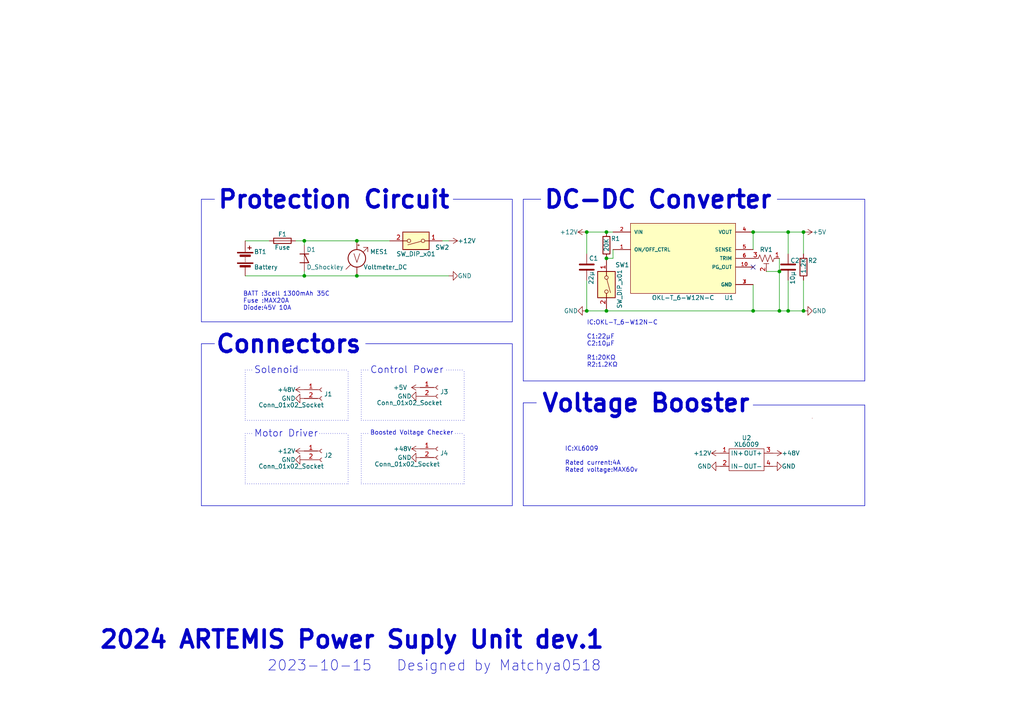
<source format=kicad_sch>
(kicad_sch (version 20230121) (generator eeschema)
  (paper "A4")
  (lib_symbols
    (symbol "Connector:Conn_01x02_Socket" (pin_names (offset 1.016) hide)
      (property "Reference" "J" (at 0 2.54 0))
      (property "Value" "Conn_01x02_Socket" (at 0 -5.08 0))
      (symbol "Conn_01x02_Socket_1_1"
        (arc (start 0 -2.032) (mid -0.5058 -2.54) (end 0 -3.048) (stroke (width 0.1524)))
        (polyline (pts (xy -1.27 -2.54) (xy -0.508 -2.54)) (stroke (width 0.1524)))
        (polyline (pts (xy -1.27 0) (xy -0.508 0)) (stroke (width 0.1524)))
        (arc (start 0 0.508) (mid -0.5058 0) (end 0 -0.508) (stroke (width 0.1524)))
        (pin passive line (at -5.08 0 0) (length 3.81) (name "Pin_1") (number "1"))
        (pin passive line (at -5.08 -2.54 0) (length 3.81) (name "Pin_2") (number "2"))
      )
    )
    (symbol "Device:Battery" (pin_numbers hide) (pin_names (offset 0) hide)
      (property "Reference" "BT" (at 2.54 2.54 0))
      (property "Value" "Battery" (at 2.54 0 0))
      (symbol "Battery_0_1"
        (rectangle (start -2.286 -1.27) (end 2.286 -1.524) (fill (type outline)))
        (rectangle (start -2.286 1.778) (end 2.286 1.524) (fill (type outline)))
        (rectangle (start -1.524 -2.032) (end 1.524 -2.54) (fill (type outline)))
        (rectangle (start -1.524 1.016) (end 1.524 0.508) (fill (type outline)))
        (polyline (pts (xy 0 -1.016) (xy 0 -0.762)))
        (polyline (pts (xy 0 -0.508) (xy 0 -0.254)))
        (polyline (pts (xy 0 0) (xy 0 0.254)))
        (polyline (pts (xy 0 1.778) (xy 0 2.54)))
        (polyline (pts (xy 0.762 3.048) (xy 1.778 3.048)) (stroke (width 0.254)))
        (polyline (pts (xy 1.27 3.556) (xy 1.27 2.54)) (stroke (width 0.254)))
      )
      (symbol "Battery_1_1"
        (pin passive line (at 0 5.08 270) (length 2.54) (name "+") (number "1"))
        (pin passive line (at 0 -5.08 90) (length 2.54) (name "-") (number "2"))
      )
    )
    (symbol "Device:C" (pin_numbers hide) (pin_names (offset 0.254))
      (property "Reference" "C" (at 0.635 2.54 0))
      (property "Value" "C" (at 0.635 -2.54 0))
      (symbol "C_0_1"
        (polyline (pts (xy -2.032 -0.762) (xy 2.032 -0.762)) (stroke (width 0.508)))
        (polyline (pts (xy -2.032 0.762) (xy 2.032 0.762)) (stroke (width 0.508)))
      )
      (symbol "C_1_1"
        (pin passive line (at 0 3.81 270) (length 2.794) (name "~") (number "1"))
        (pin passive line (at 0 -3.81 90) (length 2.794) (name "~") (number "2"))
      )
    )
    (symbol "Device:D_Shockley" (pin_numbers hide) (pin_names (offset 1.016) hide)
      (property "Reference" "D" (at 0 2.54 0))
      (property "Value" "D_Shockley" (at 0 -2.54 0))
      (symbol "D_Shockley_0_1"
        (polyline (pts (xy -1.27 0) (xy 1.27 0)))
        (polyline (pts (xy -1.27 1.27) (xy -1.27 -1.27)) (stroke (width 0.254)))
        (polyline (pts (xy -1.27 0) (xy 1.27 1.27) (xy 1.27 -1.27)) (stroke (width 0.254)))
      )
      (symbol "D_Shockley_1_1"
        (pin passive line (at -3.81 0 0) (length 2.54) (name "K") (number "1"))
        (pin passive line (at 3.81 0 180) (length 2.54) (name "A") (number "2"))
      )
    )
    (symbol "Device:Fuse" (pin_numbers hide) (pin_names (offset 0))
      (property "Reference" "F" (at 2.032 0 90))
      (property "Value" "Fuse" (at -1.905 0 90))
      (symbol "Fuse_0_1"
        (rectangle (start -0.762 -2.54) (end 0.762 2.54) (stroke (width 0.254)))
        (polyline (pts (xy 0 2.54) (xy 0 -2.54)))
      )
      (symbol "Fuse_1_1"
        (pin passive line (at 0 3.81 270) (length 1.27) (name "~") (number "1"))
        (pin passive line (at 0 -3.81 90) (length 1.27) (name "~") (number "2"))
      )
    )
    (symbol "Device:R" (pin_numbers hide) (pin_names (offset 0))
      (property "Reference" "R" (at 2.032 0 90))
      (property "Value" "R" (at 0 0 90))
      (symbol "R_0_1"
        (rectangle (start -1.016 -2.54) (end 1.016 2.54) (stroke (width 0.254)))
      )
      (symbol "R_1_1"
        (pin passive line (at 0 3.81 270) (length 1.27) (name "~") (number "1"))
        (pin passive line (at 0 -3.81 90) (length 1.27) (name "~") (number "2"))
      )
    )
    (symbol "Device:R_Potentiometer_Trim_US" (pin_names (offset 1.016) hide)
      (property "Reference" "RV" (at -4.445 0 90))
      (property "Value" "R_Potentiometer_Trim_US" (at -2.54 0 90))
      (symbol "R_Potentiometer_Trim_US_0_1"
        (polyline (pts (xy 0 -2.286) (xy 0 -2.54)))
        (polyline (pts (xy 0 2.286) (xy 0 2.54)))
        (polyline (pts (xy 1.524 0.762) (xy 1.524 -0.762)))
        (polyline (pts (xy 2.54 0) (xy 1.524 0)))
        (polyline (pts (xy 0 -0.762) (xy 1.016 -1.143) (xy 0 -1.524) (xy -1.016 -1.905) (xy 0 -2.286)))
        (polyline (pts (xy 0 0.762) (xy 1.016 0.381) (xy 0 0) (xy -1.016 -0.381) (xy 0 -0.762)))
        (polyline (pts (xy 0 2.286) (xy 1.016 1.905) (xy 0 1.524) (xy -1.016 1.143) (xy 0 0.762)))
      )
      (symbol "R_Potentiometer_Trim_US_1_1"
        (pin passive line (at 0 3.81 270) (length 1.27) (name "1") (number "1"))
        (pin passive line (at 3.81 0 180) (length 1.27) (name "2") (number "2"))
        (pin passive line (at 0 -3.81 90) (length 1.27) (name "3") (number "3"))
      )
    )
    (symbol "Device:Voltmeter_DC" (pin_numbers hide) (pin_names (offset 0.0254) hide)
      (property "Reference" "MES" (at -3.302 1.016 0))
      (property "Value" "Voltmeter_DC" (at -3.302 -0.762 0))
      (symbol "Voltmeter_DC_0_0"
        (polyline (pts (xy -3.175 -3.175) (xy -1.905 -1.905)))
        (polyline (pts (xy 1.905 1.905) (xy 3.175 3.175)))
        (polyline (pts (xy 1.905 3.175) (xy 3.175 3.175) (xy 3.175 1.905)))
        (text "V" (at 0 0 0) (effects (font (size 2.54 2.54))))
      )
      (symbol "Voltmeter_DC_0_1"
        (polyline (pts (xy 0.254 3.81) (xy 0.762 3.81)))
        (polyline (pts (xy 0.508 4.064) (xy 0.508 3.556)))
        (circle (center 0 0) (radius 2.54) (stroke (width 0.254)))
      )
      (symbol "Voltmeter_DC_1_1"
        (pin passive line (at 0 -5.08 90) (length 2.54) (name "-") (number "1"))
        (pin passive line (at 0 5.08 270) (length 2.54) (name "+") (number "2"))
      )
    )
    (symbol "OKL-T_6-W12N-C:OKL-T_6-W12N-C" (pin_names (offset 1.016))
      (property "Reference" "U" (at -15.24 10.922 0))
      (property "Value" "OKL-T_6-W12N-C" (at -15.24 -12.7 0))
      (symbol "OKL-T_6-W12N-C_0_0"
        (rectangle (start -15.24 -10.16) (end 15.24 10.16) (stroke (width 0.1524)) (fill (type background)))
        (pin input line (at -20.32 2.54 0) (length 5.08) (name "ON/OFF_CTRL") (number "1"))
        (pin output line (at 20.32 -2.54 180) (length 5.08) (name "PG_OUT") (number "10"))
        (pin input line (at -20.32 7.62 0) (length 5.08) (name "VIN") (number "2"))
        (pin power_in line (at 20.32 -7.62 180) (length 5.08) (name "GND") (number "3"))
        (pin output line (at 20.32 7.62 180) (length 5.08) (name "VOUT") (number "4"))
        (pin input line (at 20.32 2.54 180) (length 5.08) (name "SENSE") (number "5"))
        (pin input line (at 20.32 0 180) (length 5.08) (name "TRIM") (number "6"))
        (pin power_in line (at 20.32 -7.62 180) (length 5.08) (name "GND") (number "7"))
      )
    )
    (symbol "Switch:SW_DIP_x01" (pin_names (offset 0) hide)
      (property "Reference" "SW" (at 0 3.81 0))
      (property "Value" "SW_DIP_x01" (at 0 -3.81 0))
      (symbol "SW_DIP_x01_0_0"
        (circle (center -2.032 0) (radius 0.508))
        (polyline (pts (xy -1.524 0.127) (xy 2.3622 1.1684)))
        (circle (center 2.032 0) (radius 0.508))
      )
      (symbol "SW_DIP_x01_0_1"
        (rectangle (start -3.81 2.54) (end 3.81 -2.54) (stroke (width 0.254)) (fill (type background)))
      )
      (symbol "SW_DIP_x01_1_1"
        (pin passive line (at -7.62 0 0) (length 5.08) (name "~") (number "1"))
        (pin passive line (at 7.62 0 180) (length 5.08) (name "~") (number "2"))
      )
    )
    (symbol "XL6009:XL6009"
      (property "Reference" "U" (at 0 1.27 0))
      (property "Value" "XL6009" (at 0 -1.27 0))
      (symbol "XL6009_0_1"
        (rectangle (start -5.08 -2.54) (end 5.08 -8.89))
        (rectangle (start 19.05 6.35) (end 19.05 6.35))
      )
      (symbol "XL6009_1_1"
        (pin input line (at -7.62 -3.81 0) (length 2.54) (name "IN+") (number "1"))
        (pin input line (at -7.62 -7.62 0) (length 2.54) (name "IN-") (number "2"))
        (pin input line (at 7.62 -3.81 180) (length 2.54) (name "OUT+") (number "3"))
        (pin input line (at 7.62 -7.62 180) (length 2.54) (name "OUT-") (number "4"))
      )
    )
    (symbol "power:+12V" (power) (pin_names (offset 0))
      (property "Value" "+12V" (at 0 3.556 0))
      (symbol "+12V_0_1"
        (polyline (pts (xy -0.762 1.27) (xy 0 2.54)))
        (polyline (pts (xy 0 0) (xy 0 2.54)))
        (polyline (pts (xy 0 2.54) (xy 0.762 1.27)))
      )
      (symbol "+12V_1_1"
        (pin power_in line (at 0 0 90) (length 0) hide (name "+12V") (number "1"))
      )
    )
    (symbol "power:+48V" (power) (pin_names (offset 0))
      (property "Value" "+48V" (at 0 3.556 0))
      (symbol "+48V_0_1"
        (polyline (pts (xy -0.762 1.27) (xy 0 2.54)))
        (polyline (pts (xy 0 0) (xy 0 2.54)))
        (polyline (pts (xy 0 2.54) (xy 0.762 1.27)))
      )
      (symbol "+48V_1_1"
        (pin power_in line (at 0 0 90) (length 0) hide (name "+48V") (number "1"))
      )
    )
    (symbol "power:+5V" (power) (pin_names (offset 0))
      (property "Value" "+5V" (at 0 3.556 0))
      (symbol "+5V_0_1"
        (polyline (pts (xy -0.762 1.27) (xy 0 2.54)))
        (polyline (pts (xy 0 0) (xy 0 2.54)))
        (polyline (pts (xy 0 2.54) (xy 0.762 1.27)))
      )
      (symbol "+5V_1_1"
        (pin power_in line (at 0 0 90) (length 0) hide (name "+5V") (number "1"))
      )
    )
    (symbol "power:GND" (power) (pin_names (offset 0))
      (property "Value" "GND" (at 0 -3.81 0))
      (symbol "GND_0_1"
        (polyline (pts (xy 0 0) (xy 0 -1.27) (xy 1.27 -1.27) (xy 0 -2.54) (xy -1.27 -1.27) (xy 0 -1.27)))
      )
      (symbol "GND_1_1"
        (pin power_in line (at 0 0 270) (length 0) hide (name "GND") (number "1"))
      )
    )
  )
  (junction (at 175.895 74.93))
  (junction (at 233.045 67.31))
  (junction (at 228.6 90.17))
  (junction (at 88.265 80.01))
  (junction (at 88.265 69.85))
  (junction (at 175.895 90.17))
  (junction (at 226.06 90.17))
  (junction (at 103.505 80.01))
  (junction (at 228.6 67.31))
  (junction (at 170.18 67.31))
  (junction (at 170.18 90.17))
  (junction (at 233.045 90.17))
  (junction (at 218.44 67.31))
  (junction (at 175.895 67.31))
  (junction (at 218.44 90.17))
  (junction (at 103.505 69.85))
  (junction (at 226.06 78.74))
  (no_connect (at 218.44 77.47))
  (wire (pts (xy 103.505 80.01) (xy 130.175 80.01)))
  (wire (pts (xy 175.895 67.31) (xy 177.8 67.31)))
  (polyline (pts (xy 134.62 140.335) (xy 134.62 125.73)) (stroke (width 0) (type dot)))
  (polyline (pts (xy 58.42 99.695) (xy 58.42 146.685)))
  (polyline (pts (xy 225.425 57.785) (xy 250.825 57.785)))
  (wire (pts (xy 218.44 82.55) (xy 218.44 90.17)))
  (polyline (pts (xy 129.54 107.315) (xy 134.62 107.315)) (stroke (width 0) (type dot)))
  (polyline (pts (xy 250.825 110.49) (xy 250.825 57.785)))
  (polyline (pts (xy 156.845 57.785) (xy 151.765 57.785)))
  (wire (pts (xy 175.895 74.93) (xy 177.8 74.93)))
  (polyline (pts (xy 131.445 57.785) (xy 148.59 57.785)))
  (polyline (pts (xy 71.12 140.335) (xy 100.965 140.335)) (stroke (width 0) (type dot)))
  (wire (pts (xy 218.44 67.31) (xy 228.6 67.31)))
  (polyline (pts (xy 155.575 116.84) (xy 151.765 116.84)))
  (polyline (pts (xy 132.08 125.73) (xy 134.62 125.73)) (stroke (width 0) (type dot)))
  (polyline (pts (xy 62.23 99.695) (xy 58.42 99.695)))
  (polyline (pts (xy 104.775 107.315) (xy 104.775 121.92)) (stroke (width 0) (type dot)))
  (wire (pts (xy 233.045 73.66) (xy 233.045 67.31)))
  (wire (pts (xy 170.18 81.28) (xy 170.18 90.17)))
  (polyline (pts (xy 104.775 125.73) (xy 104.775 140.335)) (stroke (width 0) (type dot)))
  (wire (pts (xy 233.045 81.28) (xy 233.045 90.17)))
  (wire (pts (xy 88.265 69.85) (xy 103.505 69.85)))
  (polyline (pts (xy 106.68 125.73) (xy 104.775 125.73)) (stroke (width 0) (type dot)))
  (polyline (pts (xy 58.42 57.785) (xy 58.42 93.345)))
  (wire (pts (xy 88.265 80.01) (xy 103.505 80.01)))
  (polyline (pts (xy 250.825 146.685) (xy 250.825 117.475)))
  (wire (pts (xy 228.6 90.17) (xy 233.045 90.17)))
  (wire (pts (xy 226.06 90.17) (xy 228.6 90.17)))
  (wire (pts (xy 85.725 69.85) (xy 88.265 69.85)))
  (polyline (pts (xy 71.12 107.315) (xy 71.12 121.92)) (stroke (width 0) (type dot)))
  (wire (pts (xy 103.505 69.85) (xy 113.03 69.85)))
  (polyline (pts (xy 148.59 146.685) (xy 148.59 99.695)))
  (wire (pts (xy 71.12 80.01) (xy 88.265 80.01)))
  (wire (pts (xy 228.6 81.28) (xy 228.6 90.17)))
  (wire (pts (xy 218.44 90.17) (xy 226.06 90.17)))
  (polyline (pts (xy 106.68 107.315) (xy 104.775 107.315)) (stroke (width 0) (type dot)))
  (polyline (pts (xy 104.775 140.335) (xy 134.62 140.335)) (stroke (width 0) (type dot)))
  (polyline (pts (xy 100.965 140.335) (xy 100.965 125.73)) (stroke (width 0) (type dot)))
  (wire (pts (xy 177.8 74.93) (xy 177.8 72.39)))
  (polyline (pts (xy 104.775 121.92) (xy 134.62 121.92)) (stroke (width 0) (type dot)))
  (polyline (pts (xy 151.765 110.49) (xy 250.825 110.49)))
  (polyline (pts (xy 62.23 57.785) (xy 58.42 57.785)))
  (polyline (pts (xy 71.12 125.73) (xy 71.12 140.335)) (stroke (width 0) (type dot)))
  (wire (pts (xy 170.18 90.17) (xy 175.895 90.17)))
  (polyline (pts (xy 92.71 125.73) (xy 100.965 125.73)) (stroke (width 0) (type dot)))
  (wire (pts (xy 175.895 90.17) (xy 218.44 90.17)))
  (wire (pts (xy 226.06 90.17) (xy 226.06 78.74)))
  (polyline (pts (xy 151.765 57.785) (xy 151.765 110.49)))
  (polyline (pts (xy 134.62 121.92) (xy 134.62 107.315)) (stroke (width 0) (type dot)))
  (polyline (pts (xy 71.12 121.92) (xy 100.965 121.92)) (stroke (width 0) (type dot)))
  (polyline (pts (xy 100.965 121.92) (xy 100.965 107.315)) (stroke (width 0) (type dot)))
  (wire (pts (xy 228.6 67.31) (xy 233.045 67.31)))
  (wire (pts (xy 170.18 67.31) (xy 175.895 67.31)))
  (polyline (pts (xy 106.045 99.695) (xy 148.59 99.695)))
  (wire (pts (xy 128.27 69.85) (xy 130.175 69.85)))
  (wire (pts (xy 228.6 73.66) (xy 228.6 67.31)))
  (polyline (pts (xy 218.44 117.475) (xy 250.825 117.475)))
  (polyline (pts (xy 151.765 146.685) (xy 250.825 146.685)))
  (wire (pts (xy 218.44 72.39) (xy 218.44 67.31)))
  (polyline (pts (xy 86.995 107.315) (xy 100.965 107.315)) (stroke (width 0) (type dot)))
  (polyline (pts (xy 58.42 146.685) (xy 148.59 146.685)))
  (wire (pts (xy 88.265 69.85) (xy 88.265 71.12)))
  (polyline (pts (xy 73.025 107.315) (xy 71.12 107.315)) (stroke (width 0) (type dot)))
  (wire (pts (xy 71.12 69.85) (xy 78.105 69.85)))
  (polyline (pts (xy 151.765 116.84) (xy 151.765 146.685)))
  (wire (pts (xy 170.18 73.66) (xy 170.18 67.31)))
  (wire (pts (xy 88.265 78.74) (xy 88.265 80.01)))
  (polyline (pts (xy 148.59 93.345) (xy 148.59 57.785)))
  (wire (pts (xy 226.06 78.74) (xy 226.06 74.93)))
  (polyline (pts (xy 58.42 93.345) (xy 148.59 93.345)))
  (wire (pts (xy 222.25 78.74) (xy 226.06 78.74)))
  (polyline (pts (xy 73.025 125.73) (xy 71.12 125.73)) (stroke (width 0) (type dot)))
  (text "Control Power" (at 107.315 108.585 0) (effects (font (size 2 2)) (justify left bottom)))
  (text "BATT :3cell 1300mAh 35C\nFuse :MAX20A\nDiode:45V 10A" (at 70.485 90.17 0) (effects (font (size 1.27 1.27)) (justify left bottom)))
  (text "Protection Circuit" (at 62.865 60.96 0) (effects (font (size 5 5) (thickness 1) bold) (justify left bottom)))
  (text "Voltage Booster" (at 156.845 120.015 0) (effects (font (size 5 5) bold) (justify left bottom)))
  (text "IC:OKL-T_6-W12N-C\n\nC1:22μF\nC2:10μF\n\nR1:20KΩ\nR2:1.2KΩ" (at 170.18 106.68 0) (effects (font (size 1.27 1.27)) (justify left bottom)))
  (text "DC-DC Converter" (at 157.48 60.96 0) (effects (font (size 5 5) bold) (justify left bottom)))
  (text "IC:XL6009\n\nRated current:4A\nRated voltage:MAX60v" (at 163.83 137.16 0) (effects (font (size 1.27 1.27)) (justify left bottom)))
  (text "Boosted Voltage Checker" (at 107.315 126.365 0) (effects (font (size 1.27 1.27)) (justify left bottom)))
  (text "Designed by Matchya0518" (at 114.935 194.945 0) (effects (font (size 3 3)) (justify left bottom)))
  (text "2024 ARTEMIS Power Suply Unit dev.1" (at 28.575 188.595 0) (effects (font (size 5 5) (thickness 1) bold) (justify left bottom)))
  (text "Connectors" (at 62.23 102.87 0) (effects (font (size 5 5) bold) (justify left bottom)))
  (text "Solenoid" (at 73.66 108.585 0) (effects (font (size 2 2)) (justify left bottom)))
  (text "Motor Driver" (at 73.66 127 0) (effects (font (size 2 2)) (justify left bottom)))
  (text "2023-10-15" (at 77.47 194.945 0) (effects (font (size 3 3)) (justify left bottom)))
  (symbol (lib_id "OKL-T_6-W12N-C:OKL-T_6-W12N-C") (at 198.12 74.93 0) (unit 1)
    (property "Reference" "U1" (at 211.455 86.36 0))
    (property "Value" "OKL-T_6-W12N-C" (at 198.12 86.36 0))
    (property "Footprint" "_Others:DCDC-murata-6A" (effects hide))
  )
  (symbol (lib_id "Switch:SW_DIP_x01") (at 120.65 69.85 180) (unit 1)
    (property "Reference" "SW2" (at 128.27 71.755 0))
    (property "Value" "SW_DIP_x01" (at 120.65 73.66 0))
    (property "Footprint" "_Others:DS-850k" (effects hide))
  )
  (symbol (lib_id "Connector:Conn_01x02_Socket") (at 127 130.175 0) (unit 1)
    (property "Reference" "J4" (at 127.635 131.445 0) (effects (justify left)))
    (property "Value" "Conn_01x02_Socket" (at 108.585 134.62 0) (effects (justify left)))
    (property "Footprint" "Connector_JST:JST_XH_B2B-XH-A_1x02_P2.50mm_Vertical" (effects hide))
  )
  (symbol (lib_id "Device:Fuse") (at 81.915 69.85 90) (unit 1)
    (property "Reference" "F1" (at 81.915 67.945 90))
    (property "Value" "Fuse" (at 81.915 71.755 90))
    (property "Footprint" "Fuse_Socket:fuse_socket" (effects hide))
  )
  (symbol (lib_id "Switch:SW_DIP_x01") (at 175.895 82.55 270) (unit 1)
    (property "Reference" "SW1" (at 178.435 76.835 90) (effects (justify left)))
    (property "Value" "SW_DIP_x01" (at 179.705 78.105 0) (effects (justify left)))
    (property "Footprint" "_Others:SW_S" (effects hide))
  )
  (symbol (lib_id "Connector:Conn_01x02_Socket") (at 93.345 130.81 0) (unit 1)
    (property "Reference" "J2" (at 93.98 132.08 0) (effects (justify left)))
    (property "Value" "Conn_01x02_Socket" (at 74.93 135.255 0) (effects (justify left)))
    (property "Footprint" "Connector_JST:JST_VH_B2P-VH-B_1x02_P3.96mm_Vertical" (effects hide))
  )
  (symbol (lib_id "power:+12V") (at 130.175 69.85 270) (unit 1)
    (property "Reference" "#PWR01" (effects hide))
    (property "Value" "+12V" (at 132.715 69.85 90) (effects (justify left)))
  )
  (symbol (lib_id "Device:C") (at 228.6 77.47 0) (unit 1)
    (property "Reference" "C2" (at 229.235 75.565 0) (effects (justify left)))
    (property "Value" "10μ" (at 229.87 82.55 90) (effects (justify left)))
    (property "Footprint" "Capacitor_THT:C_Disc_D4.7mm_W2.5mm_P5.00mm" (effects hide))
  )
  (symbol (lib_id "Device:D_Shockley") (at 88.265 74.93 270) (unit 1)
    (property "Reference" "D1" (at 88.9 72.39 90) (effects (justify left)))
    (property "Value" "D_Shockley" (at 88.9 77.47 90) (effects (justify left)))
    (property "Footprint" "Diode_THT:D_DO-27_P12.70mm_Horizontal" (effects hide))
  )
  (symbol (lib_id "power:+12V") (at 208.915 131.445 90) (unit 1)
    (property "Reference" "#PWR04" (effects hide))
    (property "Value" "+12V" (at 206.375 131.445 90) (effects (justify left)))
  )
  (symbol (lib_id "power:+12V") (at 88.265 130.81 90) (unit 1)
    (property "Reference" "#PWR013" (effects hide))
    (property "Value" "+12V" (at 85.725 130.81 90) (effects (justify left)))
  )
  (symbol (lib_id "power:GND") (at 121.92 114.935 270) (unit 1)
    (property "Reference" "#PWR016" (effects hide))
    (property "Value" "GND" (at 119.38 114.935 90) (effects (justify right)))
  )
  (symbol (lib_id "power:+5V") (at 121.92 112.395 90) (unit 1)
    (property "Reference" "#PWR015" (effects hide))
    (property "Value" "+5V" (at 118.11 112.395 90) (effects (justify left)))
  )
  (symbol (lib_id "Connector:Conn_01x02_Socket") (at 93.345 113.03 0) (unit 1)
    (property "Reference" "J1" (at 93.98 114.3 0) (effects (justify left)))
    (property "Value" "Conn_01x02_Socket" (at 74.93 117.475 0) (effects (justify left)))
    (property "Footprint" "Connector_JST:JST_XH_B2B-XH-A_1x02_P2.50mm_Vertical" (effects hide))
  )
  (symbol (lib_id "power:+48V") (at 121.92 130.175 90) (unit 1)
    (property "Reference" "#PWR017" (effects hide))
    (property "Value" "+48V" (at 119.38 130.175 90) (effects (justify left)))
  )
  (symbol (lib_id "power:GND") (at 121.92 132.715 270) (unit 1)
    (property "Reference" "#PWR018" (effects hide))
    (property "Value" "GND" (at 119.38 132.715 90) (effects (justify right)))
  )
  (symbol (lib_id "Device:R") (at 233.045 77.47 0) (unit 1)
    (property "Reference" "R2" (at 234.315 75.565 0) (effects (justify left)))
    (property "Value" "1.2K" (at 233.045 79.375 90) (effects (justify left)))
    (property "Footprint" "Resistor_THT:R_Axial_DIN0204_L3.6mm_D1.6mm_P5.08mm_Horizontal" (effects hide))
  )
  (symbol (lib_id "Device:Battery") (at 71.12 74.93 0) (unit 1)
    (property "Reference" "BT1" (at 73.66 73.025 0) (effects (justify left)))
    (property "Value" "Battery" (at 73.66 77.47 0) (effects (justify left)))
    (property "Footprint" "Connector_JST:JST_VH_B2P-VH_1x02_P3.96mm_Vertical" (effects hide))
  )
  (symbol (lib_id "power:GND") (at 224.155 135.255 90) (unit 1)
    (property "Reference" "#PWR06" (effects hide))
    (property "Value" "GND" (at 226.695 135.255 90) (effects (justify right)))
  )
  (symbol (lib_id "Connector:Conn_01x02_Socket") (at 127 112.395 0) (unit 1)
    (property "Reference" "J3" (at 127.635 113.665 0) (effects (justify left)))
    (property "Value" "Conn_01x02_Socket" (at 109.22 116.84 0) (effects (justify left)))
    (property "Footprint" "Connector_JST:JST_XH_B2B-XH-A_1x02_P2.50mm_Vertical" (effects hide))
  )
  (symbol (lib_id "power:GND") (at 88.265 133.35 270) (unit 1)
    (property "Reference" "#PWR014" (effects hide))
    (property "Value" "GND" (at 85.725 133.35 90) (effects (justify right)))
  )
  (symbol (lib_id "power:GND") (at 208.915 135.255 270) (unit 1)
    (property "Reference" "#PWR05" (effects hide))
    (property "Value" "GND" (at 206.375 135.255 90) (effects (justify right)))
  )
  (symbol (lib_id "power:GND") (at 170.18 90.17 270) (unit 1)
    (property "Reference" "#PWR08" (effects hide))
    (property "Value" "GND" (at 167.64 90.17 90) (effects (justify right)))
  )
  (symbol (lib_id "power:GND") (at 88.265 115.57 270) (unit 1)
    (property "Reference" "#PWR012" (effects hide))
    (property "Value" "GND" (at 85.725 115.57 90) (effects (justify right)))
  )
  (symbol (lib_id "Device:Voltmeter_DC") (at 103.505 74.93 0) (unit 1)
    (property "Reference" "MES1" (at 107.315 73.025 0) (effects (justify left)))
    (property "Value" "Voltmeter_DC" (at 105.41 77.47 0) (effects (justify left)))
    (property "Footprint" "Voltage_Counter:voltage_counter" (effects hide))
  )
  (symbol (lib_id "Device:R_Potentiometer_Trim_US") (at 222.25 74.93 270) (unit 1)
    (property "Reference" "RV1" (at 222.25 72.39 90))
    (property "Value" "R_Potentiometer_Trim_US" (effects hide))
    (property "Footprint" "Potentiometer_THT:Potentiometer_Bourns_3296W_Vertical" (effects hide))
  )
  (symbol (lib_id "power:+48V") (at 224.155 131.445 270) (unit 1)
    (property "Reference" "#PWR03" (effects hide))
    (property "Value" "+48V" (at 226.695 131.445 90) (effects (justify left)))
  )
  (symbol (lib_id "Device:C") (at 170.18 77.47 0) (unit 1)
    (property "Reference" "C1" (at 170.815 74.93 0) (effects (justify left)))
    (property "Value" "22μ" (at 171.45 82.55 90) (effects (justify left)))
    (property "Footprint" "Capacitor_THT:C_Disc_D4.7mm_W2.5mm_P5.00mm" (effects hide))
  )
  (symbol (lib_id "power:+12V") (at 170.18 67.31 90) (unit 1)
    (property "Reference" "#PWR07" (effects hide))
    (property "Value" "+12V" (at 167.64 67.31 90) (effects (justify left)))
  )
  (symbol (lib_id "power:+5V") (at 233.045 67.31 270) (unit 1)
    (property "Reference" "#PWR09" (effects hide))
    (property "Value" "+5V" (at 235.585 67.31 90) (effects (justify left)))
  )
  (symbol (lib_id "power:GND") (at 233.045 90.17 90) (unit 1)
    (property "Reference" "#PWR010" (effects hide))
    (property "Value" "GND" (at 235.585 90.17 90) (effects (justify right)))
  )
  (symbol (lib_id "power:GND") (at 130.175 80.01 90) (unit 1)
    (property "Reference" "#PWR02" (effects hide))
    (property "Value" "GND" (at 132.715 80.01 90) (effects (justify right)))
  )
  (symbol (lib_id "power:+48V") (at 88.265 113.03 90) (unit 1)
    (property "Reference" "#PWR011" (effects hide))
    (property "Value" "+48V" (at 85.725 113.03 90) (effects (justify left)))
  )
  (symbol (lib_id "Device:R") (at 175.895 71.12 0) (unit 1)
    (property "Reference" "R1" (at 177.165 69.215 0) (effects (justify left)))
    (property "Value" "20K" (at 175.895 73.025 90) (effects (justify left)))
    (property "Footprint" "Resistor_THT:R_Axial_DIN0204_L3.6mm_D1.6mm_P5.08mm_Horizontal" (effects hide))
  )
  (symbol (lib_id "XL6009:XL6009") (at 216.535 127.635 0) (unit 1)
    (property "Reference" "U2" (at 216.535 127 0))
    (property "Value" "XL6009" (at 216.535 128.905 0))
    (property "Footprint" "XL6009:XL6009" (effects hide))
  )
)
</source>
